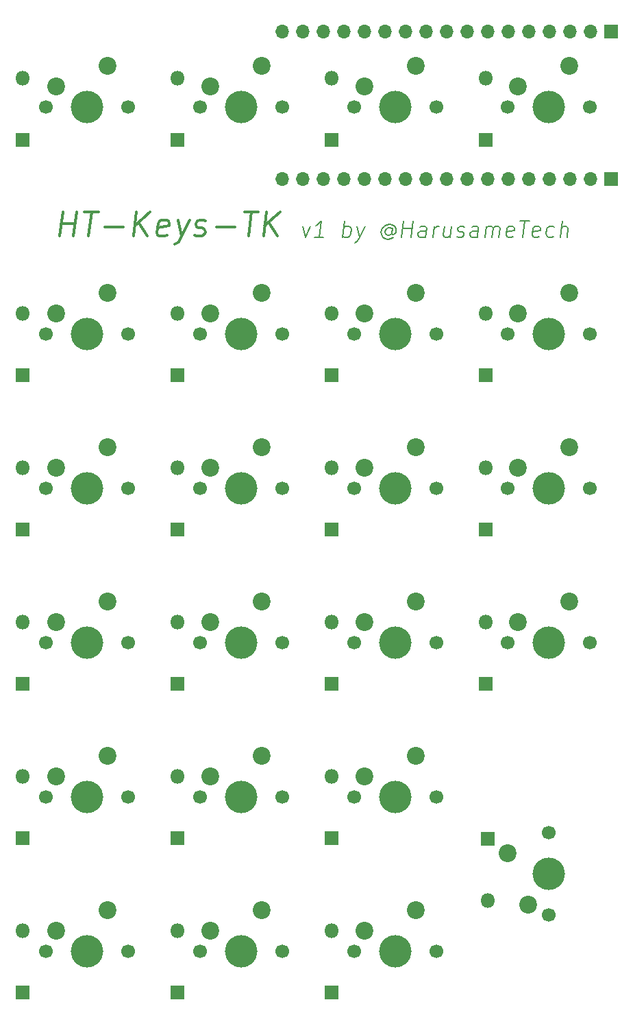
<source format=gbr>
%TF.GenerationSoftware,KiCad,Pcbnew,7.0.2*%
%TF.CreationDate,2023-09-28T02:32:06+09:00*%
%TF.ProjectId,HT-Keys-TK_PCB,48542d4b-6579-4732-9d54-4b5f5043422e,rev?*%
%TF.SameCoordinates,Original*%
%TF.FileFunction,Soldermask,Top*%
%TF.FilePolarity,Negative*%
%FSLAX46Y46*%
G04 Gerber Fmt 4.6, Leading zero omitted, Abs format (unit mm)*
G04 Created by KiCad (PCBNEW 7.0.2) date 2023-09-28 02:32:06*
%MOMM*%
%LPD*%
G01*
G04 APERTURE LIST*
%ADD10C,0.375000*%
%ADD11C,0.150000*%
%ADD12C,1.700000*%
%ADD13C,4.000000*%
%ADD14C,2.200000*%
%ADD15R,1.800000X1.800000*%
%ADD16O,1.800000X1.800000*%
%ADD17R,1.700000X1.700000*%
%ADD18O,1.700000X1.700000*%
G04 APERTURE END LIST*
D10*
X76616071Y-85632857D02*
X76991071Y-82632857D01*
X76812500Y-84061428D02*
X78526785Y-84061428D01*
X78330357Y-85632857D02*
X78705357Y-82632857D01*
X79687500Y-82632857D02*
X81401785Y-82632857D01*
X80169643Y-85632857D02*
X80544643Y-82632857D01*
X82151785Y-84490000D02*
X84437500Y-84490000D01*
X85723214Y-85632857D02*
X86098214Y-82632857D01*
X87437500Y-85632857D02*
X86366071Y-83918571D01*
X87812500Y-82632857D02*
X85883928Y-84347142D01*
X89866071Y-85490000D02*
X89562500Y-85632857D01*
X89562500Y-85632857D02*
X88991071Y-85632857D01*
X88991071Y-85632857D02*
X88723214Y-85490000D01*
X88723214Y-85490000D02*
X88616071Y-85204285D01*
X88616071Y-85204285D02*
X88758929Y-84061428D01*
X88758929Y-84061428D02*
X88937500Y-83775714D01*
X88937500Y-83775714D02*
X89241071Y-83632857D01*
X89241071Y-83632857D02*
X89812500Y-83632857D01*
X89812500Y-83632857D02*
X90080357Y-83775714D01*
X90080357Y-83775714D02*
X90187500Y-84061428D01*
X90187500Y-84061428D02*
X90151786Y-84347142D01*
X90151786Y-84347142D02*
X88687500Y-84632857D01*
X91223214Y-83632857D02*
X91687500Y-85632857D01*
X92651785Y-83632857D02*
X91687500Y-85632857D01*
X91687500Y-85632857D02*
X91312500Y-86347142D01*
X91312500Y-86347142D02*
X91151785Y-86490000D01*
X91151785Y-86490000D02*
X90848214Y-86632857D01*
X93276785Y-85490000D02*
X93544642Y-85632857D01*
X93544642Y-85632857D02*
X94116071Y-85632857D01*
X94116071Y-85632857D02*
X94419642Y-85490000D01*
X94419642Y-85490000D02*
X94598214Y-85204285D01*
X94598214Y-85204285D02*
X94616071Y-85061428D01*
X94616071Y-85061428D02*
X94508928Y-84775714D01*
X94508928Y-84775714D02*
X94241071Y-84632857D01*
X94241071Y-84632857D02*
X93812499Y-84632857D01*
X93812499Y-84632857D02*
X93544642Y-84490000D01*
X93544642Y-84490000D02*
X93437499Y-84204285D01*
X93437499Y-84204285D02*
X93455357Y-84061428D01*
X93455357Y-84061428D02*
X93633928Y-83775714D01*
X93633928Y-83775714D02*
X93937499Y-83632857D01*
X93937499Y-83632857D02*
X94366071Y-83632857D01*
X94366071Y-83632857D02*
X94633928Y-83775714D01*
X95955356Y-84490000D02*
X98241071Y-84490000D01*
X99473214Y-82632857D02*
X101187499Y-82632857D01*
X99955357Y-85632857D02*
X100330357Y-82632857D01*
X101794642Y-85632857D02*
X102169642Y-82632857D01*
X103508928Y-85632857D02*
X102437499Y-83918571D01*
X103883928Y-82632857D02*
X101955356Y-84347142D01*
D11*
X106648809Y-84421904D02*
X106958333Y-85755238D01*
X106958333Y-85755238D02*
X107601190Y-84421904D01*
X109232142Y-85755238D02*
X108089285Y-85755238D01*
X108660714Y-85755238D02*
X108910714Y-83755238D01*
X108910714Y-83755238D02*
X108684523Y-84040952D01*
X108684523Y-84040952D02*
X108470238Y-84231428D01*
X108470238Y-84231428D02*
X108267857Y-84326666D01*
X111601190Y-85755238D02*
X111851190Y-83755238D01*
X111755952Y-84517142D02*
X111958333Y-84421904D01*
X111958333Y-84421904D02*
X112339285Y-84421904D01*
X112339285Y-84421904D02*
X112517857Y-84517142D01*
X112517857Y-84517142D02*
X112601190Y-84612380D01*
X112601190Y-84612380D02*
X112672619Y-84802857D01*
X112672619Y-84802857D02*
X112601190Y-85374285D01*
X112601190Y-85374285D02*
X112482143Y-85564761D01*
X112482143Y-85564761D02*
X112375000Y-85660000D01*
X112375000Y-85660000D02*
X112172619Y-85755238D01*
X112172619Y-85755238D02*
X111791666Y-85755238D01*
X111791666Y-85755238D02*
X111613095Y-85660000D01*
X113375000Y-84421904D02*
X113684524Y-85755238D01*
X114327381Y-84421904D02*
X113684524Y-85755238D01*
X113684524Y-85755238D02*
X113434524Y-86231428D01*
X113434524Y-86231428D02*
X113327381Y-86326666D01*
X113327381Y-86326666D02*
X113125000Y-86421904D01*
X117708333Y-84802857D02*
X117625000Y-84707619D01*
X117625000Y-84707619D02*
X117446428Y-84612380D01*
X117446428Y-84612380D02*
X117255952Y-84612380D01*
X117255952Y-84612380D02*
X117053571Y-84707619D01*
X117053571Y-84707619D02*
X116946428Y-84802857D01*
X116946428Y-84802857D02*
X116827381Y-84993333D01*
X116827381Y-84993333D02*
X116803571Y-85183809D01*
X116803571Y-85183809D02*
X116875000Y-85374285D01*
X116875000Y-85374285D02*
X116958333Y-85469523D01*
X116958333Y-85469523D02*
X117136905Y-85564761D01*
X117136905Y-85564761D02*
X117327381Y-85564761D01*
X117327381Y-85564761D02*
X117529762Y-85469523D01*
X117529762Y-85469523D02*
X117636905Y-85374285D01*
X117732143Y-84612380D02*
X117636905Y-85374285D01*
X117636905Y-85374285D02*
X117720238Y-85469523D01*
X117720238Y-85469523D02*
X117815476Y-85469523D01*
X117815476Y-85469523D02*
X118017857Y-85374285D01*
X118017857Y-85374285D02*
X118136905Y-85183809D01*
X118136905Y-85183809D02*
X118196428Y-84707619D01*
X118196428Y-84707619D02*
X118041666Y-84421904D01*
X118041666Y-84421904D02*
X117779762Y-84231428D01*
X117779762Y-84231428D02*
X117410714Y-84136190D01*
X117410714Y-84136190D02*
X117017857Y-84231428D01*
X117017857Y-84231428D02*
X116708333Y-84421904D01*
X116708333Y-84421904D02*
X116482143Y-84707619D01*
X116482143Y-84707619D02*
X116339285Y-85088571D01*
X116339285Y-85088571D02*
X116386905Y-85469523D01*
X116386905Y-85469523D02*
X116541666Y-85755238D01*
X116541666Y-85755238D02*
X116803571Y-85945714D01*
X116803571Y-85945714D02*
X117172619Y-86040952D01*
X117172619Y-86040952D02*
X117565476Y-85945714D01*
X117565476Y-85945714D02*
X117875000Y-85755238D01*
X118875000Y-85755238D02*
X119125000Y-83755238D01*
X119005953Y-84707619D02*
X120148810Y-84707619D01*
X120017857Y-85755238D02*
X120267857Y-83755238D01*
X121815476Y-85755238D02*
X121946428Y-84707619D01*
X121946428Y-84707619D02*
X121875000Y-84517142D01*
X121875000Y-84517142D02*
X121696428Y-84421904D01*
X121696428Y-84421904D02*
X121315476Y-84421904D01*
X121315476Y-84421904D02*
X121113095Y-84517142D01*
X121827381Y-85660000D02*
X121625000Y-85755238D01*
X121625000Y-85755238D02*
X121148809Y-85755238D01*
X121148809Y-85755238D02*
X120970238Y-85660000D01*
X120970238Y-85660000D02*
X120898809Y-85469523D01*
X120898809Y-85469523D02*
X120922619Y-85279047D01*
X120922619Y-85279047D02*
X121041667Y-85088571D01*
X121041667Y-85088571D02*
X121244048Y-84993333D01*
X121244048Y-84993333D02*
X121720238Y-84993333D01*
X121720238Y-84993333D02*
X121922619Y-84898095D01*
X122755952Y-85755238D02*
X122922619Y-84421904D01*
X122875000Y-84802857D02*
X122994047Y-84612380D01*
X122994047Y-84612380D02*
X123101190Y-84517142D01*
X123101190Y-84517142D02*
X123303571Y-84421904D01*
X123303571Y-84421904D02*
X123494047Y-84421904D01*
X125005952Y-84421904D02*
X124839285Y-85755238D01*
X124148809Y-84421904D02*
X124017857Y-85469523D01*
X124017857Y-85469523D02*
X124089285Y-85660000D01*
X124089285Y-85660000D02*
X124267857Y-85755238D01*
X124267857Y-85755238D02*
X124553571Y-85755238D01*
X124553571Y-85755238D02*
X124755952Y-85660000D01*
X124755952Y-85660000D02*
X124863095Y-85564761D01*
X125696428Y-85660000D02*
X125874999Y-85755238D01*
X125874999Y-85755238D02*
X126255952Y-85755238D01*
X126255952Y-85755238D02*
X126458333Y-85660000D01*
X126458333Y-85660000D02*
X126577380Y-85469523D01*
X126577380Y-85469523D02*
X126589285Y-85374285D01*
X126589285Y-85374285D02*
X126517856Y-85183809D01*
X126517856Y-85183809D02*
X126339285Y-85088571D01*
X126339285Y-85088571D02*
X126053571Y-85088571D01*
X126053571Y-85088571D02*
X125874999Y-84993333D01*
X125874999Y-84993333D02*
X125803571Y-84802857D01*
X125803571Y-84802857D02*
X125815476Y-84707619D01*
X125815476Y-84707619D02*
X125934523Y-84517142D01*
X125934523Y-84517142D02*
X126136904Y-84421904D01*
X126136904Y-84421904D02*
X126422618Y-84421904D01*
X126422618Y-84421904D02*
X126601190Y-84517142D01*
X128244047Y-85755238D02*
X128374999Y-84707619D01*
X128374999Y-84707619D02*
X128303571Y-84517142D01*
X128303571Y-84517142D02*
X128124999Y-84421904D01*
X128124999Y-84421904D02*
X127744047Y-84421904D01*
X127744047Y-84421904D02*
X127541666Y-84517142D01*
X128255952Y-85660000D02*
X128053571Y-85755238D01*
X128053571Y-85755238D02*
X127577380Y-85755238D01*
X127577380Y-85755238D02*
X127398809Y-85660000D01*
X127398809Y-85660000D02*
X127327380Y-85469523D01*
X127327380Y-85469523D02*
X127351190Y-85279047D01*
X127351190Y-85279047D02*
X127470238Y-85088571D01*
X127470238Y-85088571D02*
X127672619Y-84993333D01*
X127672619Y-84993333D02*
X128148809Y-84993333D01*
X128148809Y-84993333D02*
X128351190Y-84898095D01*
X129184523Y-85755238D02*
X129351190Y-84421904D01*
X129327380Y-84612380D02*
X129434523Y-84517142D01*
X129434523Y-84517142D02*
X129636904Y-84421904D01*
X129636904Y-84421904D02*
X129922618Y-84421904D01*
X129922618Y-84421904D02*
X130101190Y-84517142D01*
X130101190Y-84517142D02*
X130172618Y-84707619D01*
X130172618Y-84707619D02*
X130041666Y-85755238D01*
X130172618Y-84707619D02*
X130291666Y-84517142D01*
X130291666Y-84517142D02*
X130494047Y-84421904D01*
X130494047Y-84421904D02*
X130779761Y-84421904D01*
X130779761Y-84421904D02*
X130958333Y-84517142D01*
X130958333Y-84517142D02*
X131029761Y-84707619D01*
X131029761Y-84707619D02*
X130898809Y-85755238D01*
X132613095Y-85660000D02*
X132410714Y-85755238D01*
X132410714Y-85755238D02*
X132029761Y-85755238D01*
X132029761Y-85755238D02*
X131851190Y-85660000D01*
X131851190Y-85660000D02*
X131779761Y-85469523D01*
X131779761Y-85469523D02*
X131875000Y-84707619D01*
X131875000Y-84707619D02*
X131994047Y-84517142D01*
X131994047Y-84517142D02*
X132196428Y-84421904D01*
X132196428Y-84421904D02*
X132577380Y-84421904D01*
X132577380Y-84421904D02*
X132755952Y-84517142D01*
X132755952Y-84517142D02*
X132827380Y-84707619D01*
X132827380Y-84707619D02*
X132803571Y-84898095D01*
X132803571Y-84898095D02*
X131827380Y-85088571D01*
X133505952Y-83755238D02*
X134648809Y-83755238D01*
X133827381Y-85755238D02*
X134077381Y-83755238D01*
X135827381Y-85660000D02*
X135625000Y-85755238D01*
X135625000Y-85755238D02*
X135244047Y-85755238D01*
X135244047Y-85755238D02*
X135065476Y-85660000D01*
X135065476Y-85660000D02*
X134994047Y-85469523D01*
X134994047Y-85469523D02*
X135089286Y-84707619D01*
X135089286Y-84707619D02*
X135208333Y-84517142D01*
X135208333Y-84517142D02*
X135410714Y-84421904D01*
X135410714Y-84421904D02*
X135791666Y-84421904D01*
X135791666Y-84421904D02*
X135970238Y-84517142D01*
X135970238Y-84517142D02*
X136041666Y-84707619D01*
X136041666Y-84707619D02*
X136017857Y-84898095D01*
X136017857Y-84898095D02*
X135041666Y-85088571D01*
X137625000Y-85660000D02*
X137422619Y-85755238D01*
X137422619Y-85755238D02*
X137041667Y-85755238D01*
X137041667Y-85755238D02*
X136863095Y-85660000D01*
X136863095Y-85660000D02*
X136779762Y-85564761D01*
X136779762Y-85564761D02*
X136708333Y-85374285D01*
X136708333Y-85374285D02*
X136779762Y-84802857D01*
X136779762Y-84802857D02*
X136898809Y-84612380D01*
X136898809Y-84612380D02*
X137005952Y-84517142D01*
X137005952Y-84517142D02*
X137208333Y-84421904D01*
X137208333Y-84421904D02*
X137589286Y-84421904D01*
X137589286Y-84421904D02*
X137767857Y-84517142D01*
X138458333Y-85755238D02*
X138708333Y-83755238D01*
X139315476Y-85755238D02*
X139446428Y-84707619D01*
X139446428Y-84707619D02*
X139375000Y-84517142D01*
X139375000Y-84517142D02*
X139196428Y-84421904D01*
X139196428Y-84421904D02*
X138910714Y-84421904D01*
X138910714Y-84421904D02*
X138708333Y-84517142D01*
X138708333Y-84517142D02*
X138601190Y-84612380D01*
D12*
%TO.C,SW13*%
X74890000Y-135820000D03*
D13*
X79970000Y-135820000D03*
D12*
X85050000Y-135820000D03*
D14*
X82510000Y-130740000D03*
X76160000Y-133280000D03*
%TD*%
D12*
%TO.C,SW8*%
X132010000Y-97740000D03*
D13*
X137090000Y-97740000D03*
D12*
X142170000Y-97740000D03*
D14*
X139630000Y-92660000D03*
X133280000Y-95200000D03*
%TD*%
D12*
%TO.C,SW17*%
X74890000Y-154860000D03*
D13*
X79970000Y-154860000D03*
D12*
X85050000Y-154860000D03*
D14*
X82510000Y-149780000D03*
X76160000Y-152320000D03*
%TD*%
D12*
%TO.C,SW2*%
X93930000Y-69660000D03*
D13*
X99010000Y-69660000D03*
D12*
X104090000Y-69660000D03*
D14*
X101550000Y-64580000D03*
X95200000Y-67120000D03*
%TD*%
D12*
%TO.C,SW22*%
X93930000Y-173900000D03*
D13*
X99010000Y-173900000D03*
D12*
X104090000Y-173900000D03*
D14*
X101550000Y-168820000D03*
X95200000Y-171360000D03*
%TD*%
D12*
%TO.C,SW4*%
X132010000Y-69660000D03*
D13*
X137090000Y-69660000D03*
D12*
X142170000Y-69660000D03*
D14*
X139630000Y-64580000D03*
X133280000Y-67120000D03*
%TD*%
D12*
%TO.C,SW3*%
X112970000Y-69660000D03*
D13*
X118050000Y-69660000D03*
D12*
X123130000Y-69660000D03*
D14*
X120590000Y-64580000D03*
X114240000Y-67120000D03*
%TD*%
D12*
%TO.C,SW10*%
X93930000Y-116780000D03*
D13*
X99010000Y-116780000D03*
D12*
X104090000Y-116780000D03*
D14*
X101550000Y-111700000D03*
X95200000Y-114240000D03*
%TD*%
D12*
%TO.C,SW16*%
X132010000Y-135820000D03*
D13*
X137090000Y-135820000D03*
D12*
X142170000Y-135820000D03*
D14*
X139630000Y-130740000D03*
X133280000Y-133280000D03*
%TD*%
D12*
%TO.C,SW6*%
X93930000Y-97740000D03*
D13*
X99010000Y-97740000D03*
D12*
X104090000Y-97740000D03*
D14*
X101550000Y-92660000D03*
X95200000Y-95200000D03*
%TD*%
D12*
%TO.C,SW19*%
X112970000Y-154860000D03*
D13*
X118050000Y-154860000D03*
D12*
X123130000Y-154860000D03*
D14*
X120590000Y-149780000D03*
X114240000Y-152320000D03*
%TD*%
D12*
%TO.C,SW15*%
X112970000Y-135820000D03*
D13*
X118050000Y-135820000D03*
D12*
X123130000Y-135820000D03*
D14*
X120590000Y-130740000D03*
X114240000Y-133280000D03*
%TD*%
D12*
%TO.C,SW7*%
X112970000Y-97740000D03*
D13*
X118050000Y-97740000D03*
D12*
X123130000Y-97740000D03*
D14*
X120590000Y-92660000D03*
X114240000Y-95200000D03*
%TD*%
D12*
%TO.C,SW18*%
X93930000Y-154860000D03*
D13*
X99010000Y-154860000D03*
D12*
X104090000Y-154860000D03*
D14*
X101550000Y-149780000D03*
X95200000Y-152320000D03*
%TD*%
D12*
%TO.C,SW14*%
X93930000Y-135820000D03*
D13*
X99010000Y-135820000D03*
D12*
X104090000Y-135820000D03*
D14*
X101550000Y-130740000D03*
X95200000Y-133280000D03*
%TD*%
D12*
%TO.C,SW20*%
X137090000Y-169460000D03*
D13*
X137090000Y-164380000D03*
D12*
X137090000Y-159300000D03*
D14*
X132010000Y-161840000D03*
X134550000Y-168190000D03*
%TD*%
D12*
%TO.C,SW11*%
X112970000Y-116780000D03*
D13*
X118050000Y-116780000D03*
D12*
X123130000Y-116780000D03*
D14*
X120590000Y-111700000D03*
X114240000Y-114240000D03*
%TD*%
D12*
%TO.C,SW1*%
X74890000Y-69660000D03*
D13*
X79970000Y-69660000D03*
D12*
X85050000Y-69660000D03*
D14*
X82510000Y-64580000D03*
X76160000Y-67120000D03*
%TD*%
D12*
%TO.C,SW12*%
X132010000Y-116780000D03*
D13*
X137090000Y-116780000D03*
D12*
X142170000Y-116780000D03*
D14*
X139630000Y-111700000D03*
X133280000Y-114240000D03*
%TD*%
D12*
%TO.C,SW23*%
X112970000Y-173900000D03*
D13*
X118050000Y-173900000D03*
D12*
X123130000Y-173900000D03*
D14*
X120590000Y-168820000D03*
X114240000Y-171360000D03*
%TD*%
D12*
%TO.C,SW5*%
X74890000Y-97740000D03*
D13*
X79970000Y-97740000D03*
D12*
X85050000Y-97740000D03*
D14*
X82510000Y-92660000D03*
X76160000Y-95200000D03*
%TD*%
D12*
%TO.C,SW9*%
X74890000Y-116780000D03*
D13*
X79970000Y-116780000D03*
D12*
X85050000Y-116780000D03*
D14*
X82510000Y-111700000D03*
X76160000Y-114240000D03*
%TD*%
D12*
%TO.C,SW21*%
X74890000Y-173900000D03*
D13*
X79970000Y-173900000D03*
D12*
X85050000Y-173900000D03*
D14*
X82510000Y-168820000D03*
X76160000Y-171360000D03*
%TD*%
D15*
%TO.C,D17*%
X72000000Y-159940000D03*
D16*
X72000000Y-152320000D03*
%TD*%
D17*
%TO.C,J2*%
X144780000Y-60340000D03*
D18*
X142240000Y-60340000D03*
X139700000Y-60340000D03*
X137160000Y-60340000D03*
X134620000Y-60340000D03*
X132080000Y-60340000D03*
X129540000Y-60340000D03*
X127000000Y-60340000D03*
X124460000Y-60340000D03*
X121920000Y-60340000D03*
X119380000Y-60340000D03*
X116840000Y-60340000D03*
X114300000Y-60340000D03*
X111760000Y-60340000D03*
X109220000Y-60340000D03*
X106680000Y-60340000D03*
X104140000Y-60340000D03*
%TD*%
D15*
%TO.C,D21*%
X72000000Y-178980000D03*
D16*
X72000000Y-171360000D03*
%TD*%
D15*
%TO.C,D18*%
X91160000Y-159940000D03*
D16*
X91160000Y-152320000D03*
%TD*%
D15*
%TO.C,D1*%
X72000000Y-73740000D03*
D16*
X72000000Y-66120000D03*
%TD*%
D15*
%TO.C,D15*%
X110200000Y-140900000D03*
D16*
X110200000Y-133280000D03*
%TD*%
D15*
%TO.C,D2*%
X91160000Y-73740000D03*
D16*
X91160000Y-66120000D03*
%TD*%
D15*
%TO.C,D13*%
X72000000Y-140900000D03*
D16*
X72000000Y-133280000D03*
%TD*%
D15*
%TO.C,D8*%
X129240000Y-102820000D03*
D16*
X129240000Y-95200000D03*
%TD*%
D15*
%TO.C,D5*%
X72000000Y-102820000D03*
D16*
X72000000Y-95200000D03*
%TD*%
D15*
%TO.C,D7*%
X110200000Y-102820000D03*
D16*
X110200000Y-95200000D03*
%TD*%
D15*
%TO.C,D12*%
X129240000Y-121860000D03*
D16*
X129240000Y-114240000D03*
%TD*%
D15*
%TO.C,D11*%
X110200000Y-121860000D03*
D16*
X110200000Y-114240000D03*
%TD*%
D15*
%TO.C,D22*%
X91160000Y-178980000D03*
D16*
X91160000Y-171360000D03*
%TD*%
D15*
%TO.C,D16*%
X129240000Y-140900000D03*
D16*
X129240000Y-133280000D03*
%TD*%
D15*
%TO.C,D9*%
X72000000Y-121860000D03*
D16*
X72000000Y-114240000D03*
%TD*%
D15*
%TO.C,D6*%
X91160000Y-102820000D03*
D16*
X91160000Y-95200000D03*
%TD*%
D15*
%TO.C,D23*%
X110200000Y-178980000D03*
D16*
X110200000Y-171360000D03*
%TD*%
D17*
%TO.C,J1*%
X144780000Y-78580000D03*
D18*
X142240000Y-78580000D03*
X139700000Y-78580000D03*
X137160000Y-78580000D03*
X134620000Y-78580000D03*
X132080000Y-78580000D03*
X129540000Y-78580000D03*
X127000000Y-78580000D03*
X124460000Y-78580000D03*
X121920000Y-78580000D03*
X119380000Y-78580000D03*
X116840000Y-78580000D03*
X114300000Y-78580000D03*
X111760000Y-78580000D03*
X109220000Y-78580000D03*
X106680000Y-78580000D03*
X104140000Y-78580000D03*
%TD*%
D15*
%TO.C,D10*%
X91160000Y-121860000D03*
D16*
X91160000Y-114240000D03*
%TD*%
D15*
%TO.C,D14*%
X91160000Y-140900000D03*
D16*
X91160000Y-133280000D03*
%TD*%
D15*
%TO.C,D19*%
X110200000Y-159940000D03*
D16*
X110200000Y-152320000D03*
%TD*%
D15*
%TO.C,D20*%
X129480000Y-160000000D03*
D16*
X129480000Y-167620000D03*
%TD*%
D15*
%TO.C,D3*%
X110200000Y-73740000D03*
D16*
X110200000Y-66120000D03*
%TD*%
D15*
%TO.C,D4*%
X129240000Y-73740000D03*
D16*
X129240000Y-66120000D03*
%TD*%
M02*

</source>
